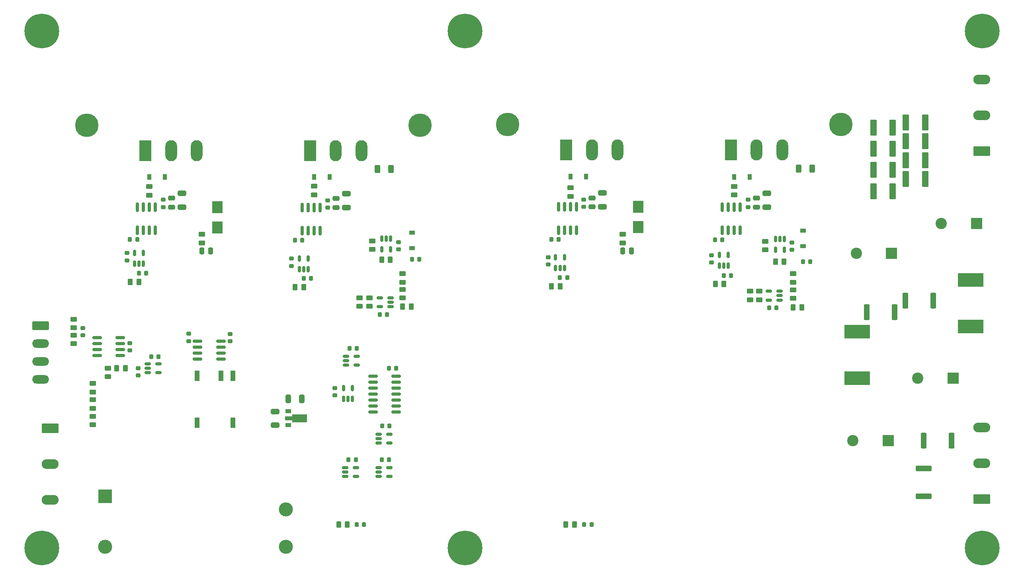
<source format=gts>
%TF.GenerationSoftware,KiCad,Pcbnew,6.0.7-f9a2dced07~116~ubuntu20.04.1*%
%TF.CreationDate,2022-10-02T03:00:25-04:00*%
%TF.ProjectId,SSTC_Full_Bridge_Driver,53535443-5f46-4756-9c6c-5f4272696467,rev?*%
%TF.SameCoordinates,Original*%
%TF.FileFunction,Soldermask,Top*%
%TF.FilePolarity,Negative*%
%FSLAX46Y46*%
G04 Gerber Fmt 4.6, Leading zero omitted, Abs format (unit mm)*
G04 Created by KiCad (PCBNEW 6.0.7-f9a2dced07~116~ubuntu20.04.1) date 2022-10-02 03:00:25*
%MOMM*%
%LPD*%
G01*
G04 APERTURE LIST*
G04 Aperture macros list*
%AMRoundRect*
0 Rectangle with rounded corners*
0 $1 Rounding radius*
0 $2 $3 $4 $5 $6 $7 $8 $9 X,Y pos of 4 corners*
0 Add a 4 corners polygon primitive as box body*
4,1,4,$2,$3,$4,$5,$6,$7,$8,$9,$2,$3,0*
0 Add four circle primitives for the rounded corners*
1,1,$1+$1,$2,$3*
1,1,$1+$1,$4,$5*
1,1,$1+$1,$6,$7*
1,1,$1+$1,$8,$9*
0 Add four rect primitives between the rounded corners*
20,1,$1+$1,$2,$3,$4,$5,0*
20,1,$1+$1,$4,$5,$6,$7,0*
20,1,$1+$1,$6,$7,$8,$9,0*
20,1,$1+$1,$8,$9,$2,$3,0*%
%AMFreePoly0*
4,1,9,3.862500,-0.866500,0.737500,-0.866500,0.737500,-0.450000,-0.737500,-0.450000,-0.737500,0.450000,0.737500,0.450000,0.737500,0.866500,3.862500,0.866500,3.862500,-0.866500,3.862500,-0.866500,$1*%
G04 Aperture macros list end*
%ADD10RoundRect,0.225000X0.225000X0.250000X-0.225000X0.250000X-0.225000X-0.250000X0.225000X-0.250000X0*%
%ADD11RoundRect,0.250000X-0.475000X0.250000X-0.475000X-0.250000X0.475000X-0.250000X0.475000X0.250000X0*%
%ADD12RoundRect,0.150000X-0.512500X-0.150000X0.512500X-0.150000X0.512500X0.150000X-0.512500X0.150000X0*%
%ADD13RoundRect,0.225000X0.250000X-0.225000X0.250000X0.225000X-0.250000X0.225000X-0.250000X-0.225000X0*%
%ADD14RoundRect,0.250000X0.450000X-0.262500X0.450000X0.262500X-0.450000X0.262500X-0.450000X-0.262500X0*%
%ADD15RoundRect,0.249999X-0.450001X-1.450001X0.450001X-1.450001X0.450001X1.450001X-0.450001X1.450001X0*%
%ADD16R,1.200000X0.900000*%
%ADD17R,2.400000X2.400000*%
%ADD18C,2.400000*%
%ADD19C,7.400000*%
%ADD20RoundRect,0.218750X0.218750X0.256250X-0.218750X0.256250X-0.218750X-0.256250X0.218750X-0.256250X0*%
%ADD21RoundRect,0.250001X1.549999X-0.799999X1.549999X0.799999X-1.549999X0.799999X-1.549999X-0.799999X0*%
%ADD22O,3.600000X2.100000*%
%ADD23RoundRect,0.150000X0.512500X0.150000X-0.512500X0.150000X-0.512500X-0.150000X0.512500X-0.150000X0*%
%ADD24RoundRect,0.225000X-0.250000X0.225000X-0.250000X-0.225000X0.250000X-0.225000X0.250000X0.225000X0*%
%ADD25R,0.900000X1.200000*%
%ADD26RoundRect,0.250000X-0.450000X0.262500X-0.450000X-0.262500X0.450000X-0.262500X0.450000X0.262500X0*%
%ADD27R,2.500000X4.500000*%
%ADD28O,2.500000X4.500000*%
%ADD29RoundRect,0.225000X-0.225000X-0.250000X0.225000X-0.250000X0.225000X0.250000X-0.225000X0.250000X0*%
%ADD30RoundRect,0.250000X0.650000X-0.325000X0.650000X0.325000X-0.650000X0.325000X-0.650000X-0.325000X0*%
%ADD31RoundRect,0.250000X0.262500X0.450000X-0.262500X0.450000X-0.262500X-0.450000X0.262500X-0.450000X0*%
%ADD32RoundRect,0.150000X0.150000X-0.512500X0.150000X0.512500X-0.150000X0.512500X-0.150000X-0.512500X0*%
%ADD33R,3.000000X3.000000*%
%ADD34C,3.000000*%
%ADD35RoundRect,0.250000X-0.262500X-0.450000X0.262500X-0.450000X0.262500X0.450000X-0.262500X0.450000X0*%
%ADD36RoundRect,0.150000X0.150000X-0.825000X0.150000X0.825000X-0.150000X0.825000X-0.150000X-0.825000X0*%
%ADD37R,1.300000X0.900000*%
%ADD38FreePoly0,0.000000*%
%ADD39RoundRect,0.250000X0.250000X0.475000X-0.250000X0.475000X-0.250000X-0.475000X0.250000X-0.475000X0*%
%ADD40RoundRect,0.250000X0.362500X1.425000X-0.362500X1.425000X-0.362500X-1.425000X0.362500X-1.425000X0*%
%ADD41C,5.000000*%
%ADD42R,5.400000X2.900000*%
%ADD43R,1.000000X2.300000*%
%ADD44RoundRect,0.150000X-0.825000X-0.150000X0.825000X-0.150000X0.825000X0.150000X-0.825000X0.150000X0*%
%ADD45RoundRect,0.250000X0.312500X0.625000X-0.312500X0.625000X-0.312500X-0.625000X0.312500X-0.625000X0*%
%ADD46RoundRect,0.250000X-0.650000X0.325000X-0.650000X-0.325000X0.650000X-0.325000X0.650000X0.325000X0*%
%ADD47RoundRect,0.150000X-0.150000X0.512500X-0.150000X-0.512500X0.150000X-0.512500X0.150000X0.512500X0*%
%ADD48R,2.300000X2.500000*%
%ADD49RoundRect,0.250000X-0.250000X-0.475000X0.250000X-0.475000X0.250000X0.475000X-0.250000X0.475000X0*%
%ADD50RoundRect,0.250001X-1.549999X0.799999X-1.549999X-0.799999X1.549999X-0.799999X1.549999X0.799999X0*%
%ADD51RoundRect,0.250000X0.325000X0.650000X-0.325000X0.650000X-0.325000X-0.650000X0.325000X-0.650000X0*%
%ADD52RoundRect,0.150000X0.825000X0.150000X-0.825000X0.150000X-0.825000X-0.150000X0.825000X-0.150000X0*%
%ADD53RoundRect,0.250000X-1.425000X0.362500X-1.425000X-0.362500X1.425000X-0.362500X1.425000X0.362500X0*%
%ADD54RoundRect,0.250000X-1.550000X0.650000X-1.550000X-0.650000X1.550000X-0.650000X1.550000X0.650000X0*%
%ADD55O,3.600000X1.800000*%
G04 APERTURE END LIST*
D10*
%TO.C,C38*%
X146725000Y-82450000D03*
X145175000Y-82450000D03*
%TD*%
D11*
%TO.C,C46*%
X187000000Y-65550000D03*
X187000000Y-67450000D03*
%TD*%
D10*
%TO.C,C28*%
X108437500Y-90300000D03*
X106887500Y-90300000D03*
%TD*%
D12*
%TO.C,U14*%
X99675000Y-99200000D03*
X99675000Y-100150000D03*
X99675000Y-101100000D03*
X101950000Y-101100000D03*
X101950000Y-99200000D03*
%TD*%
D13*
%TO.C,C23*%
X53150000Y-78800000D03*
X53150000Y-77250000D03*
%TD*%
D14*
%TO.C,R34*%
X57900000Y-64912500D03*
X57900000Y-63087500D03*
%TD*%
D12*
%TO.C,U8*%
X99512500Y-122900000D03*
X99512500Y-123850000D03*
X99512500Y-124800000D03*
X101787500Y-124800000D03*
X101787500Y-122900000D03*
%TD*%
D15*
%TO.C,C12*%
X218750000Y-57450000D03*
X222850000Y-57450000D03*
%TD*%
D14*
%TO.C,R36*%
X92950000Y-64812500D03*
X92950000Y-62987500D03*
%TD*%
D16*
%TO.C,D3*%
X196900000Y-75800000D03*
X196900000Y-72500000D03*
%TD*%
D17*
%TO.C,C1*%
X228800000Y-103900000D03*
D18*
X221300000Y-103900000D03*
%TD*%
D13*
%TO.C,C27*%
X142700000Y-79675000D03*
X142700000Y-78125000D03*
%TD*%
D19*
%TO.C,H5*%
X125000000Y-140000000D03*
%TD*%
D13*
%TO.C,C32*%
X97350000Y-107537500D03*
X97350000Y-105987500D03*
%TD*%
D20*
%TO.C,D1*%
X103537500Y-135000000D03*
X101962500Y-135000000D03*
%TD*%
D21*
%TO.C,J2*%
X234900000Y-129600000D03*
D22*
X234900000Y-121980000D03*
X234900000Y-114360000D03*
%TD*%
D13*
%TO.C,C29*%
X177400000Y-79225000D03*
X177400000Y-77675000D03*
%TD*%
%TO.C,C26*%
X88050000Y-79975000D03*
X88050000Y-78425000D03*
%TD*%
D23*
%TO.C,U13*%
X191900000Y-87250000D03*
X191900000Y-86300000D03*
X191900000Y-85350000D03*
X189625000Y-85350000D03*
X189625000Y-87250000D03*
%TD*%
D24*
%TO.C,C3*%
X43700000Y-93175000D03*
X43700000Y-94725000D03*
%TD*%
D10*
%TO.C,C9*%
X59850000Y-99300000D03*
X58300000Y-99300000D03*
%TD*%
D17*
%TO.C,C6*%
X233800000Y-70950000D03*
D18*
X226300000Y-70950000D03*
%TD*%
D25*
%TO.C,D9*%
X92950000Y-61050000D03*
X96250000Y-61050000D03*
%TD*%
D26*
%TO.C,R18*%
X111700000Y-84975000D03*
X111700000Y-86800000D03*
%TD*%
D27*
%TO.C,Q2*%
X92050000Y-55420000D03*
D28*
X97500000Y-55420000D03*
X102950000Y-55420000D03*
%TD*%
D24*
%TO.C,C48*%
X185200000Y-65900000D03*
X185200000Y-67450000D03*
%TD*%
D29*
%TO.C,C35*%
X100225000Y-121250000D03*
X101775000Y-121250000D03*
%TD*%
D12*
%TO.C,U10*%
X106612500Y-122900000D03*
X106612500Y-123850000D03*
X106612500Y-124800000D03*
X108887500Y-124800000D03*
X108887500Y-122900000D03*
%TD*%
D30*
%TO.C,C8*%
X84650000Y-113900000D03*
X84650000Y-110950000D03*
%TD*%
D31*
%TO.C,R14*%
X109125000Y-78650000D03*
X107300000Y-78650000D03*
%TD*%
D32*
%TO.C,U9*%
X99150000Y-108275000D03*
X100100000Y-108275000D03*
X101050000Y-108275000D03*
X101050000Y-106000000D03*
X99150000Y-106000000D03*
%TD*%
D10*
%TO.C,C37*%
X92250000Y-82600000D03*
X90700000Y-82600000D03*
%TD*%
D29*
%TO.C,C40*%
X107325000Y-121250000D03*
X108875000Y-121250000D03*
%TD*%
D27*
%TO.C,Q4*%
X181550000Y-55320000D03*
D28*
X187000000Y-55320000D03*
X192450000Y-55320000D03*
%TD*%
D33*
%TO.C,PS1*%
X48442500Y-129050000D03*
D34*
X48442500Y-139800000D03*
X86942500Y-139800000D03*
X86942500Y-131800000D03*
%TD*%
D26*
%TO.C,R21*%
X194800000Y-85075000D03*
X194800000Y-86900000D03*
%TD*%
D35*
%TO.C,R31*%
X178225000Y-83850000D03*
X180050000Y-83850000D03*
%TD*%
D36*
%TO.C,U20*%
X55340000Y-72400000D03*
X56610000Y-72400000D03*
X57880000Y-72400000D03*
X59150000Y-72400000D03*
X59150000Y-67450000D03*
X57880000Y-67450000D03*
X56610000Y-67450000D03*
X55340000Y-67450000D03*
%TD*%
D10*
%TO.C,C25*%
X198450000Y-79050000D03*
X196900000Y-79050000D03*
%TD*%
D15*
%TO.C,C19*%
X211850000Y-50550000D03*
X215950000Y-50550000D03*
%TD*%
D37*
%TO.C,U3*%
X87400000Y-110900000D03*
D38*
X87487500Y-112400000D03*
D37*
X87400000Y-113900000D03*
%TD*%
D14*
%TO.C,R13*%
X188850000Y-76550000D03*
X188850000Y-74725000D03*
%TD*%
D26*
%TO.C,R26*%
X104700000Y-86750000D03*
X104700000Y-88575000D03*
%TD*%
D35*
%TO.C,R17*%
X111712500Y-88650000D03*
X113537500Y-88650000D03*
%TD*%
D12*
%TO.C,U1*%
X57562500Y-100800000D03*
X57562500Y-101750000D03*
X57562500Y-102700000D03*
X59837500Y-102700000D03*
X59837500Y-100800000D03*
%TD*%
D14*
%TO.C,R23*%
X102550000Y-88575000D03*
X102550000Y-86750000D03*
%TD*%
%TO.C,R6*%
X49100000Y-103575000D03*
X49100000Y-101750000D03*
%TD*%
D39*
%TO.C,C58*%
X160400000Y-76800000D03*
X158500000Y-76800000D03*
%TD*%
D40*
%TO.C,R10*%
X224612500Y-87400000D03*
X218687500Y-87400000D03*
%TD*%
D41*
%TO.C,HS1*%
X44530000Y-50000000D03*
X115470000Y-50000000D03*
%TD*%
D15*
%TO.C,C10*%
X218750000Y-61450000D03*
X222850000Y-61450000D03*
%TD*%
D10*
%TO.C,C24*%
X115300000Y-78600000D03*
X113750000Y-78600000D03*
%TD*%
D42*
%TO.C,L2*%
X208400000Y-103900000D03*
X208400000Y-94000000D03*
%TD*%
D35*
%TO.C,R28*%
X53825000Y-83400000D03*
X55650000Y-83400000D03*
%TD*%
D14*
%TO.C,R32*%
X69000000Y-75062500D03*
X69000000Y-73237500D03*
%TD*%
D43*
%TO.C,U4*%
X75660000Y-103387500D03*
X73120000Y-103387500D03*
X68040000Y-103387500D03*
X68040000Y-113387500D03*
X75660000Y-113387500D03*
%TD*%
D14*
%TO.C,R2*%
X45850000Y-110300000D03*
X45850000Y-108475000D03*
%TD*%
D20*
%TO.C,D4*%
X151887500Y-135000000D03*
X150312500Y-135000000D03*
%TD*%
D19*
%TO.C,H2*%
X125000000Y-30000000D03*
%TD*%
D13*
%TO.C,C15*%
X66250000Y-95975000D03*
X66250000Y-94425000D03*
%TD*%
D32*
%TO.C,U19*%
X179100000Y-79937500D03*
X180050000Y-79937500D03*
X181000000Y-79937500D03*
X181000000Y-77662500D03*
X179100000Y-77662500D03*
%TD*%
D24*
%TO.C,C22*%
X194550000Y-75000000D03*
X194550000Y-76550000D03*
%TD*%
D15*
%TO.C,C18*%
X218750000Y-49450000D03*
X222850000Y-49450000D03*
%TD*%
D42*
%TO.C,L1*%
X232550000Y-92850000D03*
X232550000Y-82950000D03*
%TD*%
D25*
%TO.C,D7*%
X57900000Y-61000000D03*
X61200000Y-61000000D03*
%TD*%
D12*
%TO.C,U15*%
X106612500Y-115800000D03*
X106612500Y-116750000D03*
X106612500Y-117700000D03*
X108887500Y-117700000D03*
X108887500Y-115800000D03*
%TD*%
D26*
%TO.C,R7*%
X41800000Y-91337500D03*
X41800000Y-93162500D03*
%TD*%
D44*
%TO.C,U11*%
X105425000Y-103440000D03*
X105425000Y-104710000D03*
X105425000Y-105980000D03*
X105425000Y-107250000D03*
X105425000Y-108520000D03*
X105425000Y-109790000D03*
X105425000Y-111060000D03*
X110375000Y-111060000D03*
X110375000Y-109790000D03*
X110375000Y-108520000D03*
X110375000Y-107250000D03*
X110375000Y-105980000D03*
X110375000Y-104710000D03*
X110375000Y-103440000D03*
%TD*%
D32*
%TO.C,U18*%
X144250000Y-80387500D03*
X145200000Y-80387500D03*
X146150000Y-80387500D03*
X146150000Y-78112500D03*
X144250000Y-78112500D03*
%TD*%
D31*
%TO.C,R15*%
X192862500Y-79050000D03*
X191037500Y-79050000D03*
%TD*%
D29*
%TO.C,C34*%
X107355560Y-114070000D03*
X108905560Y-114070000D03*
%TD*%
D40*
%TO.C,R11*%
X216375000Y-89840000D03*
X210450000Y-89840000D03*
%TD*%
D14*
%TO.C,R12*%
X105300000Y-76462500D03*
X105300000Y-74637500D03*
%TD*%
D11*
%TO.C,C45*%
X97550000Y-65650000D03*
X97550000Y-67550000D03*
%TD*%
D35*
%TO.C,R9*%
X50937500Y-101750000D03*
X52762500Y-101750000D03*
%TD*%
D14*
%TO.C,R24*%
X185600000Y-87175000D03*
X185600000Y-85350000D03*
%TD*%
D15*
%TO.C,C13*%
X211850000Y-59550000D03*
X215950000Y-59550000D03*
%TD*%
D25*
%TO.C,D10*%
X182250000Y-61000000D03*
X185550000Y-61000000D03*
%TD*%
D19*
%TO.C,H3*%
X235000000Y-30000000D03*
%TD*%
D15*
%TO.C,C11*%
X211850000Y-64050000D03*
X215950000Y-64050000D03*
%TD*%
D45*
%TO.C,R38*%
X109275000Y-59350000D03*
X106350000Y-59350000D03*
%TD*%
D46*
%TO.C,C52*%
X189200000Y-64500000D03*
X189200000Y-67450000D03*
%TD*%
D25*
%TO.C,D8*%
X147450000Y-60950000D03*
X150750000Y-60950000D03*
%TD*%
D46*
%TO.C,C56*%
X154200000Y-64450000D03*
X154200000Y-67400000D03*
%TD*%
D17*
%TO.C,C7*%
X215700000Y-77290000D03*
D18*
X208200000Y-77290000D03*
%TD*%
D47*
%TO.C,U6*%
X109200000Y-74162500D03*
X108250000Y-74162500D03*
X107300000Y-74162500D03*
X107300000Y-76437500D03*
X109200000Y-76437500D03*
%TD*%
D32*
%TO.C,U16*%
X54700000Y-79525000D03*
X55650000Y-79525000D03*
X56600000Y-79525000D03*
X56600000Y-77250000D03*
X54700000Y-77250000D03*
%TD*%
D14*
%TO.C,R35*%
X147450000Y-65162500D03*
X147450000Y-63337500D03*
%TD*%
D32*
%TO.C,U17*%
X89750000Y-80687500D03*
X90700000Y-80687500D03*
X91650000Y-80687500D03*
X91650000Y-78412500D03*
X89750000Y-78412500D03*
%TD*%
D48*
%TO.C,D6*%
X161800000Y-67400000D03*
X161800000Y-71700000D03*
%TD*%
D29*
%TO.C,C33*%
X100412500Y-97530000D03*
X101962500Y-97530000D03*
%TD*%
%TO.C,C43*%
X143350000Y-74350000D03*
X144900000Y-74350000D03*
%TD*%
D10*
%TO.C,C39*%
X181600000Y-82000000D03*
X180050000Y-82000000D03*
%TD*%
D16*
%TO.C,D2*%
X113750000Y-76200000D03*
X113750000Y-72900000D03*
%TD*%
D49*
%TO.C,C57*%
X69000000Y-76800000D03*
X70900000Y-76800000D03*
%TD*%
D36*
%TO.C,U21*%
X90375000Y-72500000D03*
X91645000Y-72500000D03*
X92915000Y-72500000D03*
X94185000Y-72500000D03*
X94185000Y-67550000D03*
X92915000Y-67550000D03*
X91645000Y-67550000D03*
X90375000Y-67550000D03*
%TD*%
D26*
%TO.C,R8*%
X41800000Y-94725000D03*
X41800000Y-96550000D03*
%TD*%
D36*
%TO.C,U22*%
X144890000Y-72350000D03*
X146160000Y-72350000D03*
X147430000Y-72350000D03*
X148700000Y-72350000D03*
X148700000Y-67400000D03*
X147430000Y-67400000D03*
X146160000Y-67400000D03*
X144890000Y-67400000D03*
%TD*%
D47*
%TO.C,U7*%
X192950000Y-74262500D03*
X192000000Y-74262500D03*
X191050000Y-74262500D03*
X191050000Y-76537500D03*
X192950000Y-76537500D03*
%TD*%
D31*
%TO.C,R25*%
X148250000Y-135000000D03*
X146425000Y-135000000D03*
%TD*%
D50*
%TO.C,J3*%
X36800000Y-114510000D03*
D22*
X36800000Y-122130000D03*
X36800000Y-129750000D03*
%TD*%
D46*
%TO.C,C55*%
X64800000Y-64500000D03*
X64800000Y-67450000D03*
%TD*%
D14*
%TO.C,R1*%
X45850000Y-113800000D03*
X45850000Y-111975000D03*
%TD*%
D24*
%TO.C,C53*%
X60800000Y-65900000D03*
X60800000Y-67450000D03*
%TD*%
D19*
%TO.C,H6*%
X35000000Y-140000000D03*
%TD*%
D27*
%TO.C,Q1*%
X57050000Y-55420000D03*
D28*
X62500000Y-55420000D03*
X67950000Y-55420000D03*
%TD*%
D14*
%TO.C,R37*%
X182250000Y-64862500D03*
X182250000Y-63037500D03*
%TD*%
D36*
%TO.C,U23*%
X179710000Y-72400000D03*
X180980000Y-72400000D03*
X182250000Y-72400000D03*
X183520000Y-72400000D03*
X183520000Y-67450000D03*
X182250000Y-67450000D03*
X180980000Y-67450000D03*
X179710000Y-67450000D03*
%TD*%
D51*
%TO.C,C14*%
X90325000Y-108300000D03*
X87375000Y-108300000D03*
%TD*%
D14*
%TO.C,R33*%
X158500000Y-75062500D03*
X158500000Y-73237500D03*
%TD*%
D35*
%TO.C,R29*%
X88875000Y-84450000D03*
X90700000Y-84450000D03*
%TD*%
%TO.C,R20*%
X194800000Y-88850000D03*
X196625000Y-88850000D03*
%TD*%
D11*
%TO.C,C49*%
X62600000Y-65550000D03*
X62600000Y-67450000D03*
%TD*%
D29*
%TO.C,C31*%
X108850000Y-101750000D03*
X110400000Y-101750000D03*
%TD*%
D41*
%TO.C,HS2*%
X134030000Y-49900000D03*
X204970000Y-49900000D03*
%TD*%
D11*
%TO.C,C51*%
X152000000Y-65500000D03*
X152000000Y-67400000D03*
%TD*%
D14*
%TO.C,R3*%
X45850000Y-106800000D03*
X45850000Y-104975000D03*
%TD*%
D21*
%TO.C,J6*%
X234900000Y-55570000D03*
D22*
X234900000Y-47950000D03*
X234900000Y-40330000D03*
%TD*%
D29*
%TO.C,C41*%
X53750000Y-74350000D03*
X55300000Y-74350000D03*
%TD*%
D23*
%TO.C,U12*%
X109150000Y-88650000D03*
X109150000Y-87700000D03*
X109150000Y-86750000D03*
X106875000Y-86750000D03*
X106875000Y-88650000D03*
%TD*%
D19*
%TO.C,H4*%
X235000000Y-140000000D03*
%TD*%
D40*
%TO.C,R4*%
X228462500Y-117180000D03*
X222537500Y-117180000D03*
%TD*%
D13*
%TO.C,C5*%
X53750000Y-97975000D03*
X53750000Y-96425000D03*
%TD*%
D24*
%TO.C,C21*%
X110850000Y-74900000D03*
X110850000Y-76450000D03*
%TD*%
D46*
%TO.C,C50*%
X99750000Y-64600000D03*
X99750000Y-67550000D03*
%TD*%
D27*
%TO.C,Q3*%
X146550000Y-55320000D03*
D28*
X152000000Y-55320000D03*
X157450000Y-55320000D03*
%TD*%
D10*
%TO.C,C36*%
X57200000Y-81500000D03*
X55650000Y-81500000D03*
%TD*%
D29*
%TO.C,C44*%
X178175000Y-74450000D03*
X179725000Y-74450000D03*
%TD*%
D48*
%TO.C,D5*%
X72350000Y-67450000D03*
X72350000Y-71750000D03*
%TD*%
D13*
%TO.C,C4*%
X55500000Y-103300000D03*
X55500000Y-101750000D03*
%TD*%
D52*
%TO.C,U2*%
X51700000Y-99077500D03*
X51700000Y-97807500D03*
X51700000Y-96537500D03*
X51700000Y-95267500D03*
X46750000Y-95267500D03*
X46750000Y-96537500D03*
X46750000Y-97807500D03*
X46750000Y-99077500D03*
%TD*%
D29*
%TO.C,C42*%
X88825000Y-74500000D03*
X90375000Y-74500000D03*
%TD*%
D35*
%TO.C,R30*%
X143375000Y-84287500D03*
X145200000Y-84287500D03*
%TD*%
D45*
%TO.C,R39*%
X198862500Y-59300000D03*
X195937500Y-59300000D03*
%TD*%
D26*
%TO.C,R19*%
X111700000Y-81625000D03*
X111700000Y-83450000D03*
%TD*%
D19*
%TO.C,H1*%
X35000000Y-30000000D03*
%TD*%
D15*
%TO.C,C17*%
X211850000Y-55050000D03*
X215950000Y-55050000D03*
%TD*%
D26*
%TO.C,R22*%
X194762500Y-81625000D03*
X194762500Y-83450000D03*
%TD*%
D31*
%TO.C,R16*%
X99950000Y-135000000D03*
X98125000Y-135000000D03*
%TD*%
D15*
%TO.C,C16*%
X218750000Y-53400000D03*
X222850000Y-53400000D03*
%TD*%
D10*
%TO.C,C30*%
X191200000Y-88900000D03*
X189650000Y-88900000D03*
%TD*%
D24*
%TO.C,C47*%
X95800000Y-66000000D03*
X95800000Y-67550000D03*
%TD*%
D26*
%TO.C,R27*%
X187600000Y-85350000D03*
X187600000Y-87175000D03*
%TD*%
D17*
%TO.C,C2*%
X215000000Y-117180000D03*
D18*
X207500000Y-117180000D03*
%TD*%
D53*
%TO.C,R5*%
X222500000Y-123075000D03*
X222500000Y-129000000D03*
%TD*%
D44*
%TO.C,U5*%
X68125000Y-95982500D03*
X68125000Y-97252500D03*
X68125000Y-98522500D03*
X68125000Y-99792500D03*
X73075000Y-99792500D03*
X73075000Y-98522500D03*
X73075000Y-97252500D03*
X73075000Y-95982500D03*
%TD*%
D54*
%TO.C,J1*%
X34782500Y-92727500D03*
D55*
X34782500Y-96537500D03*
X34782500Y-100347500D03*
X34782500Y-104157500D03*
%TD*%
D13*
%TO.C,C20*%
X75050000Y-96000000D03*
X75050000Y-94450000D03*
%TD*%
D24*
%TO.C,C54*%
X150250000Y-65850000D03*
X150250000Y-67400000D03*
%TD*%
M02*

</source>
